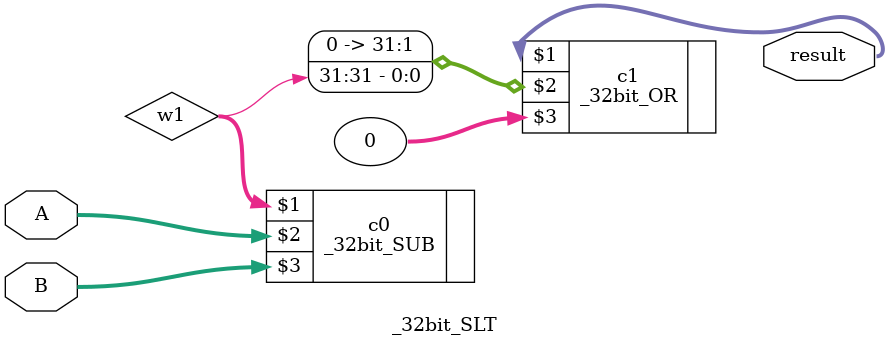
<source format=v>
module _32bit_SLT (result, A, B);
input [31:0] A, B;
output [31:0] result;

wire [31:0] w1;

_32bit_SUB c0 (w1, A, B);
_32bit_OR c1 (result, {31'b0000_0000_0000_0000_0000_0000_0000_000,w1[31]}, 32'b0000_0000_0000_0000_0000_0000_0000_0000);

endmodule
</source>
